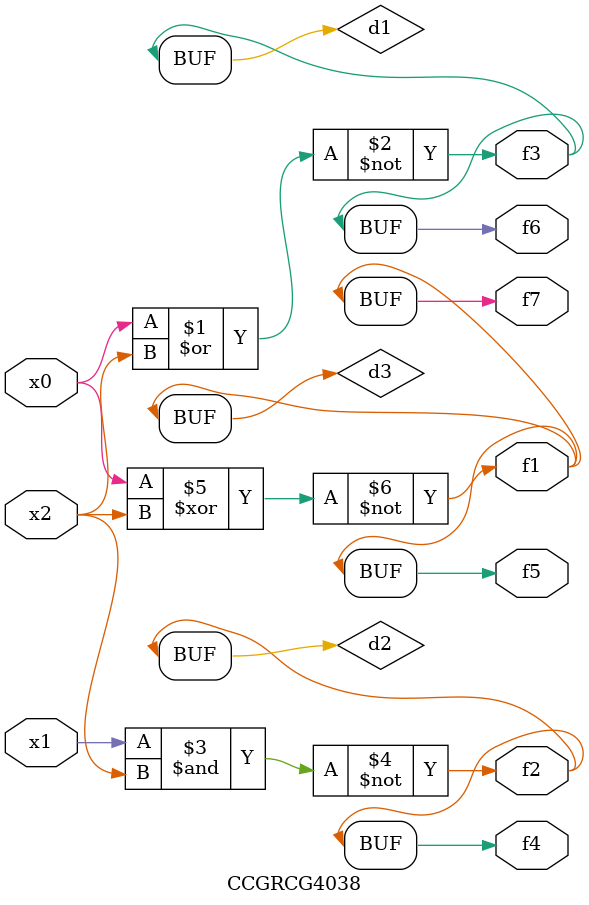
<source format=v>
module CCGRCG4038(
	input x0, x1, x2,
	output f1, f2, f3, f4, f5, f6, f7
);

	wire d1, d2, d3;

	nor (d1, x0, x2);
	nand (d2, x1, x2);
	xnor (d3, x0, x2);
	assign f1 = d3;
	assign f2 = d2;
	assign f3 = d1;
	assign f4 = d2;
	assign f5 = d3;
	assign f6 = d1;
	assign f7 = d3;
endmodule

</source>
